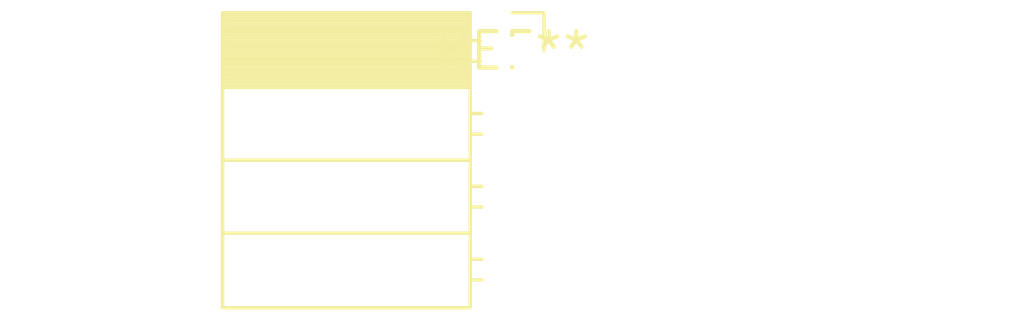
<source format=kicad_pcb>
(kicad_pcb (version 20240108) (generator pcbnew)
  (layers (0 "F.Cu" signal) (31 "B.Cu" signal) (34 "B.Paste" user) (35 "F.Paste" user) (36 "B.SilkS" user "B.Silkscreen") (37 "F.SilkS" user "F.Silkscreen") (38 "B.Mask" user) (39 "F.Mask" user) (44 "Edge.Cuts" user))
  (net 0 "")
  (footprint "PinSocket_1x04_P2.54mm_Horizontal" (layer "F.Cu") (at 0 0)
    (property "Reference" "REF**")
    (property "Value" "PinSocket_1x04_P2.54mm_Horizontal")
    (fp_line (start -10.09 -1.33) (end -10.09 8.95) (layer "F.SilkS") (stroke (width 0.12)))
    (fp_line (start -10.09 -1.33) (end -1.46 -1.33) (layer "F.SilkS") (stroke (width 0.12)))
    (fp_line (start -10.09 -1.21) (end -1.46 -1.21) (layer "F.SilkS") (stroke (width 0.12)))
    (fp_line (start -10.09 -1.091905) (end -1.46 -1.091905) (layer "F.SilkS") (stroke (width 0.12)))
    (fp_line (start -10.09 -0.97381) (end -1.46 -0.97381) (layer "F.SilkS") (stroke (width 0.12)))
    (fp_line (start -10.09 -0.855715) (end -1.46 -0.855715) (layer "F.SilkS") (stroke (width 0.12)))
    (fp_line (start -10.09 -0.73762) (end -1.46 -0.73762) (layer "F.SilkS") (stroke (width 0.12)))
    (fp_line (start -10.09 -0.619525) (end -1.46 -0.619525) (layer "F.SilkS") (stroke (width 0.12)))
    (fp_line (start -10.09 -0.50143) (end -1.46 -0.50143) (layer "F.SilkS") (stroke (width 0.12)))
    (fp_line (start -10.09 -0.383335) (end -1.46 -0.383335) (layer "F.SilkS") (stroke (width 0.12)))
    (fp_line (start -10.09 -0.26524) (end -1.46 -0.26524) (layer "F.SilkS") (stroke (width 0.12)))
    (fp_line (start -10.09 -0.147145) (end -1.46 -0.147145) (layer "F.SilkS") (stroke (width 0.12)))
    (fp_line (start -10.09 -0.02905) (end -1.46 -0.02905) (layer "F.SilkS") (stroke (width 0.12)))
    (fp_line (start -10.09 0.089045) (end -1.46 0.089045) (layer "F.SilkS") (stroke (width 0.12)))
    (fp_line (start -10.09 0.20714) (end -1.46 0.20714) (layer "F.SilkS") (stroke (width 0.12)))
    (fp_line (start -10.09 0.325235) (end -1.46 0.325235) (layer "F.SilkS") (stroke (width 0.12)))
    (fp_line (start -10.09 0.44333) (end -1.46 0.44333) (layer "F.SilkS") (stroke (width 0.12)))
    (fp_line (start -10.09 0.561425) (end -1.46 0.561425) (layer "F.SilkS") (stroke (width 0.12)))
    (fp_line (start -10.09 0.67952) (end -1.46 0.67952) (layer "F.SilkS") (stroke (width 0.12)))
    (fp_line (start -10.09 0.797615) (end -1.46 0.797615) (layer "F.SilkS") (stroke (width 0.12)))
    (fp_line (start -10.09 0.91571) (end -1.46 0.91571) (layer "F.SilkS") (stroke (width 0.12)))
    (fp_line (start -10.09 1.033805) (end -1.46 1.033805) (layer "F.SilkS") (stroke (width 0.12)))
    (fp_line (start -10.09 1.1519) (end -1.46 1.1519) (layer "F.SilkS") (stroke (width 0.12)))
    (fp_line (start -10.09 1.27) (end -1.46 1.27) (layer "F.SilkS") (stroke (width 0.12)))
    (fp_line (start -10.09 3.81) (end -1.46 3.81) (layer "F.SilkS") (stroke (width 0.12)))
    (fp_line (start -10.09 6.35) (end -1.46 6.35) (layer "F.SilkS") (stroke (width 0.12)))
    (fp_line (start -10.09 8.95) (end -1.46 8.95) (layer "F.SilkS") (stroke (width 0.12)))
    (fp_line (start -1.46 -1.33) (end -1.46 8.95) (layer "F.SilkS") (stroke (width 0.12)))
    (fp_line (start -1.46 -0.36) (end -1.11 -0.36) (layer "F.SilkS") (stroke (width 0.12)))
    (fp_line (start -1.46 0.36) (end -1.11 0.36) (layer "F.SilkS") (stroke (width 0.12)))
    (fp_line (start -1.46 2.18) (end -1.05 2.18) (layer "F.SilkS") (stroke (width 0.12)))
    (fp_line (start -1.46 2.9) (end -1.05 2.9) (layer "F.SilkS") (stroke (width 0.12)))
    (fp_line (start -1.46 4.72) (end -1.05 4.72) (layer "F.SilkS") (stroke (width 0.12)))
    (fp_line (start -1.46 5.44) (end -1.05 5.44) (layer "F.SilkS") (stroke (width 0.12)))
    (fp_line (start -1.46 7.26) (end -1.05 7.26) (layer "F.SilkS") (stroke (width 0.12)))
    (fp_line (start -1.46 7.98) (end -1.05 7.98) (layer "F.SilkS") (stroke (width 0.12)))
    (fp_line (start 0 -1.33) (end 1.11 -1.33) (layer "F.SilkS") (stroke (width 0.12)))
    (fp_line (start 1.11 -1.33) (end 1.11 0) (layer "F.SilkS") (stroke (width 0.12)))
    (pad "1" thru_hole rect (at 0 0) (size 1.7 1.7) (drill 1) (layers *.Cu *.Mask) (remove_unused_layers))
    (pad "2" thru_hole oval (at 0 2.54) (size 1.7 1.7) (drill 1) (layers *.Cu *.Mask) (remove_unused_layers))
    (pad "3" thru_hole oval (at 0 5.08) (size 1.7 1.7) (drill 1) (layers *.Cu *.Mask) (remove_unused_layers))
    (pad "4" thru_hole oval (at 0 7.62) (size 1.7 1.7) (drill 1) (layers *.Cu *.Mask) (remove_unused_layers))
  )
)
</source>
